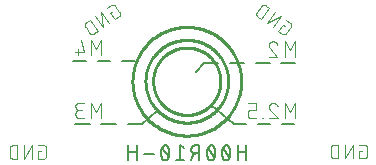
<source format=gbr>
G04 EAGLE Gerber X2 export*
%TF.Part,Single*%
%TF.FileFunction,Legend,Bot,1*%
%TF.FilePolarity,Positive*%
%TF.GenerationSoftware,Autodesk,EAGLE,8.7.1*%
%TF.CreationDate,2018-07-15T20:13:20Z*%
G75*
%MOMM*%
%FSLAX34Y34*%
%LPD*%
%AMOC8*
5,1,8,0,0,1.08239X$1,22.5*%
G01*
%ADD10C,0.101600*%
%ADD11C,0.152400*%
%ADD12C,0.254000*%
%ADD13C,0.203200*%


D10*
X428096Y466183D02*
X426501Y467300D01*
X422778Y461983D01*
X425968Y459749D01*
X426051Y459694D01*
X426135Y459642D01*
X426222Y459593D01*
X426310Y459547D01*
X426400Y459505D01*
X426492Y459466D01*
X426585Y459431D01*
X426679Y459399D01*
X426774Y459371D01*
X426871Y459347D01*
X426968Y459326D01*
X427066Y459310D01*
X427165Y459296D01*
X427264Y459287D01*
X427363Y459282D01*
X427463Y459280D01*
X427562Y459282D01*
X427661Y459288D01*
X427760Y459298D01*
X427859Y459311D01*
X427957Y459329D01*
X428054Y459350D01*
X428150Y459374D01*
X428246Y459403D01*
X428340Y459435D01*
X428433Y459470D01*
X428524Y459509D01*
X428614Y459552D01*
X428702Y459598D01*
X428788Y459647D01*
X428873Y459700D01*
X428955Y459756D01*
X429035Y459815D01*
X429113Y459877D01*
X429188Y459942D01*
X429261Y460009D01*
X429331Y460080D01*
X429399Y460153D01*
X429463Y460229D01*
X429525Y460307D01*
X429584Y460387D01*
X433307Y465704D01*
X433362Y465787D01*
X433414Y465871D01*
X433463Y465958D01*
X433509Y466046D01*
X433551Y466136D01*
X433590Y466228D01*
X433625Y466321D01*
X433657Y466415D01*
X433685Y466510D01*
X433709Y466607D01*
X433730Y466704D01*
X433746Y466802D01*
X433760Y466901D01*
X433769Y467000D01*
X433774Y467099D01*
X433776Y467199D01*
X433774Y467298D01*
X433768Y467397D01*
X433758Y467496D01*
X433745Y467595D01*
X433727Y467693D01*
X433706Y467790D01*
X433682Y467886D01*
X433653Y467982D01*
X433621Y468076D01*
X433586Y468169D01*
X433547Y468260D01*
X433504Y468350D01*
X433458Y468438D01*
X433409Y468524D01*
X433356Y468609D01*
X433300Y468691D01*
X433241Y468771D01*
X433179Y468849D01*
X433114Y468924D01*
X433047Y468997D01*
X432976Y469067D01*
X432903Y469135D01*
X432827Y469199D01*
X432749Y469261D01*
X432669Y469320D01*
X432670Y469320D02*
X429479Y471554D01*
X424810Y474824D02*
X418108Y465253D01*
X412791Y468976D02*
X424810Y474824D01*
X419492Y478547D02*
X412791Y468976D01*
X408121Y472246D02*
X414822Y481817D01*
X412164Y483678D01*
X412164Y483679D02*
X412070Y483742D01*
X411974Y483802D01*
X411876Y483859D01*
X411776Y483912D01*
X411674Y483962D01*
X411570Y484008D01*
X411465Y484050D01*
X411359Y484089D01*
X411251Y484124D01*
X411142Y484155D01*
X411032Y484183D01*
X410921Y484206D01*
X410810Y484226D01*
X410698Y484242D01*
X410585Y484254D01*
X410472Y484262D01*
X410359Y484266D01*
X410245Y484266D01*
X410132Y484262D01*
X410019Y484254D01*
X409906Y484242D01*
X409794Y484226D01*
X409683Y484206D01*
X409572Y484183D01*
X409462Y484155D01*
X409353Y484124D01*
X409245Y484089D01*
X409139Y484050D01*
X409034Y484008D01*
X408930Y483962D01*
X408828Y483912D01*
X408728Y483859D01*
X408630Y483802D01*
X408534Y483742D01*
X408440Y483679D01*
X408349Y483612D01*
X408259Y483543D01*
X408172Y483470D01*
X408088Y483394D01*
X408007Y483315D01*
X407928Y483234D01*
X407852Y483150D01*
X407779Y483063D01*
X407710Y482974D01*
X407643Y482882D01*
X407644Y482881D02*
X404665Y478628D01*
X404602Y478534D01*
X404542Y478438D01*
X404485Y478340D01*
X404432Y478240D01*
X404382Y478138D01*
X404336Y478034D01*
X404294Y477929D01*
X404255Y477823D01*
X404220Y477715D01*
X404189Y477606D01*
X404161Y477496D01*
X404138Y477385D01*
X404118Y477274D01*
X404102Y477162D01*
X404090Y477049D01*
X404082Y476936D01*
X404078Y476823D01*
X404078Y476709D01*
X404082Y476596D01*
X404090Y476483D01*
X404102Y476370D01*
X404118Y476258D01*
X404138Y476147D01*
X404161Y476036D01*
X404189Y475926D01*
X404220Y475817D01*
X404255Y475709D01*
X404294Y475603D01*
X404336Y475498D01*
X404382Y475394D01*
X404432Y475292D01*
X404485Y475192D01*
X404542Y475094D01*
X404602Y474998D01*
X404665Y474904D01*
X404732Y474812D01*
X404801Y474723D01*
X404874Y474636D01*
X404950Y474552D01*
X405029Y474471D01*
X405110Y474392D01*
X405194Y474316D01*
X405281Y474243D01*
X405371Y474174D01*
X405462Y474107D01*
X408121Y472246D01*
X491294Y360731D02*
X493242Y360731D01*
X491294Y360731D02*
X491294Y354240D01*
X495189Y354240D01*
X495288Y354242D01*
X495388Y354248D01*
X495487Y354257D01*
X495585Y354270D01*
X495683Y354287D01*
X495781Y354308D01*
X495877Y354333D01*
X495972Y354361D01*
X496066Y354393D01*
X496159Y354428D01*
X496251Y354467D01*
X496341Y354510D01*
X496429Y354555D01*
X496516Y354605D01*
X496600Y354657D01*
X496683Y354713D01*
X496763Y354771D01*
X496841Y354833D01*
X496916Y354898D01*
X496989Y354966D01*
X497059Y355036D01*
X497127Y355109D01*
X497192Y355184D01*
X497254Y355262D01*
X497312Y355342D01*
X497368Y355425D01*
X497420Y355509D01*
X497470Y355596D01*
X497515Y355684D01*
X497558Y355774D01*
X497597Y355866D01*
X497632Y355959D01*
X497664Y356053D01*
X497692Y356148D01*
X497717Y356244D01*
X497738Y356342D01*
X497755Y356440D01*
X497768Y356538D01*
X497777Y356637D01*
X497783Y356737D01*
X497785Y356836D01*
X497786Y356836D02*
X497786Y363328D01*
X497785Y363328D02*
X497783Y363427D01*
X497777Y363527D01*
X497768Y363626D01*
X497755Y363724D01*
X497738Y363822D01*
X497717Y363920D01*
X497692Y364016D01*
X497664Y364111D01*
X497632Y364205D01*
X497597Y364298D01*
X497558Y364390D01*
X497515Y364480D01*
X497470Y364568D01*
X497420Y364655D01*
X497368Y364739D01*
X497312Y364822D01*
X497254Y364902D01*
X497192Y364980D01*
X497127Y365055D01*
X497059Y365128D01*
X496989Y365198D01*
X496916Y365266D01*
X496841Y365331D01*
X496763Y365393D01*
X496683Y365451D01*
X496600Y365507D01*
X496516Y365559D01*
X496429Y365609D01*
X496341Y365654D01*
X496251Y365697D01*
X496159Y365736D01*
X496066Y365771D01*
X495972Y365803D01*
X495877Y365831D01*
X495781Y365856D01*
X495683Y365877D01*
X495585Y365894D01*
X495487Y365907D01*
X495388Y365916D01*
X495288Y365922D01*
X495189Y365924D01*
X491294Y365924D01*
X485594Y365924D02*
X485594Y354240D01*
X479102Y354240D02*
X485594Y365924D01*
X479102Y365924D02*
X479102Y354240D01*
X473402Y354240D02*
X473402Y365924D01*
X470156Y365924D01*
X470043Y365922D01*
X469930Y365916D01*
X469817Y365906D01*
X469704Y365892D01*
X469592Y365875D01*
X469481Y365853D01*
X469371Y365828D01*
X469261Y365798D01*
X469153Y365765D01*
X469046Y365728D01*
X468940Y365688D01*
X468836Y365643D01*
X468733Y365595D01*
X468632Y365544D01*
X468533Y365489D01*
X468436Y365431D01*
X468341Y365369D01*
X468248Y365304D01*
X468158Y365236D01*
X468070Y365165D01*
X467984Y365090D01*
X467901Y365013D01*
X467821Y364933D01*
X467744Y364850D01*
X467669Y364764D01*
X467598Y364676D01*
X467530Y364586D01*
X467465Y364493D01*
X467403Y364398D01*
X467345Y364301D01*
X467290Y364202D01*
X467239Y364101D01*
X467191Y363998D01*
X467146Y363894D01*
X467106Y363788D01*
X467069Y363681D01*
X467036Y363573D01*
X467006Y363463D01*
X466981Y363353D01*
X466959Y363242D01*
X466942Y363130D01*
X466928Y363017D01*
X466918Y362904D01*
X466912Y362791D01*
X466910Y362678D01*
X466910Y357486D01*
X466912Y357373D01*
X466918Y357260D01*
X466928Y357147D01*
X466942Y357034D01*
X466959Y356922D01*
X466981Y356811D01*
X467006Y356701D01*
X467036Y356591D01*
X467069Y356483D01*
X467106Y356376D01*
X467146Y356270D01*
X467191Y356166D01*
X467239Y356063D01*
X467290Y355962D01*
X467345Y355863D01*
X467403Y355766D01*
X467465Y355671D01*
X467530Y355578D01*
X467598Y355488D01*
X467669Y355400D01*
X467744Y355314D01*
X467821Y355231D01*
X467901Y355151D01*
X467984Y355074D01*
X468070Y354999D01*
X468158Y354928D01*
X468248Y354860D01*
X468341Y354795D01*
X468436Y354733D01*
X468533Y354675D01*
X468632Y354620D01*
X468733Y354569D01*
X468836Y354521D01*
X468940Y354476D01*
X469046Y354436D01*
X469153Y354399D01*
X469261Y354366D01*
X469371Y354336D01*
X469481Y354311D01*
X469592Y354289D01*
X469704Y354272D01*
X469817Y354258D01*
X469930Y354248D01*
X470043Y354242D01*
X470156Y354240D01*
X473402Y354240D01*
X221462Y360399D02*
X219514Y360399D01*
X219514Y353908D01*
X223409Y353908D01*
X223508Y353910D01*
X223608Y353916D01*
X223707Y353925D01*
X223805Y353938D01*
X223903Y353955D01*
X224001Y353976D01*
X224097Y354001D01*
X224192Y354029D01*
X224286Y354061D01*
X224379Y354096D01*
X224471Y354135D01*
X224561Y354178D01*
X224649Y354223D01*
X224736Y354273D01*
X224820Y354325D01*
X224903Y354381D01*
X224983Y354439D01*
X225061Y354501D01*
X225136Y354566D01*
X225209Y354634D01*
X225279Y354704D01*
X225347Y354777D01*
X225412Y354852D01*
X225474Y354930D01*
X225532Y355010D01*
X225588Y355093D01*
X225640Y355177D01*
X225690Y355264D01*
X225735Y355352D01*
X225778Y355442D01*
X225817Y355534D01*
X225852Y355627D01*
X225884Y355721D01*
X225912Y355816D01*
X225937Y355912D01*
X225958Y356010D01*
X225975Y356108D01*
X225988Y356206D01*
X225997Y356305D01*
X226003Y356405D01*
X226005Y356504D01*
X226006Y356504D02*
X226006Y362996D01*
X226005Y362996D02*
X226003Y363095D01*
X225997Y363195D01*
X225988Y363294D01*
X225975Y363392D01*
X225958Y363490D01*
X225937Y363588D01*
X225912Y363684D01*
X225884Y363779D01*
X225852Y363873D01*
X225817Y363966D01*
X225778Y364058D01*
X225735Y364148D01*
X225690Y364236D01*
X225640Y364323D01*
X225588Y364407D01*
X225532Y364490D01*
X225474Y364570D01*
X225412Y364648D01*
X225347Y364723D01*
X225279Y364796D01*
X225209Y364866D01*
X225136Y364934D01*
X225061Y364999D01*
X224983Y365061D01*
X224903Y365119D01*
X224820Y365175D01*
X224736Y365227D01*
X224649Y365277D01*
X224561Y365322D01*
X224471Y365365D01*
X224379Y365404D01*
X224286Y365439D01*
X224192Y365471D01*
X224097Y365499D01*
X224001Y365524D01*
X223903Y365545D01*
X223805Y365562D01*
X223707Y365575D01*
X223608Y365584D01*
X223508Y365590D01*
X223409Y365592D01*
X219514Y365592D01*
X213814Y365592D02*
X213814Y353908D01*
X207322Y353908D02*
X213814Y365592D01*
X207322Y365592D02*
X207322Y353908D01*
X201622Y353908D02*
X201622Y365592D01*
X198376Y365592D01*
X198263Y365590D01*
X198150Y365584D01*
X198037Y365574D01*
X197924Y365560D01*
X197812Y365543D01*
X197701Y365521D01*
X197591Y365496D01*
X197481Y365466D01*
X197373Y365433D01*
X197266Y365396D01*
X197160Y365356D01*
X197056Y365311D01*
X196953Y365263D01*
X196852Y365212D01*
X196753Y365157D01*
X196656Y365099D01*
X196561Y365037D01*
X196468Y364972D01*
X196378Y364904D01*
X196290Y364833D01*
X196204Y364758D01*
X196121Y364681D01*
X196041Y364601D01*
X195964Y364518D01*
X195889Y364432D01*
X195818Y364344D01*
X195750Y364254D01*
X195685Y364161D01*
X195623Y364066D01*
X195565Y363969D01*
X195510Y363870D01*
X195459Y363769D01*
X195411Y363666D01*
X195366Y363562D01*
X195326Y363456D01*
X195289Y363349D01*
X195256Y363241D01*
X195226Y363131D01*
X195201Y363021D01*
X195179Y362910D01*
X195162Y362798D01*
X195148Y362685D01*
X195138Y362572D01*
X195132Y362459D01*
X195130Y362346D01*
X195130Y357154D01*
X195132Y357041D01*
X195138Y356928D01*
X195148Y356815D01*
X195162Y356702D01*
X195179Y356590D01*
X195201Y356479D01*
X195226Y356369D01*
X195256Y356259D01*
X195289Y356151D01*
X195326Y356044D01*
X195366Y355938D01*
X195411Y355834D01*
X195459Y355731D01*
X195510Y355630D01*
X195565Y355531D01*
X195623Y355434D01*
X195685Y355339D01*
X195750Y355246D01*
X195818Y355156D01*
X195889Y355068D01*
X195964Y354982D01*
X196041Y354899D01*
X196121Y354819D01*
X196204Y354742D01*
X196290Y354667D01*
X196378Y354596D01*
X196468Y354528D01*
X196561Y354463D01*
X196656Y354401D01*
X196753Y354343D01*
X196852Y354288D01*
X196953Y354237D01*
X197056Y354189D01*
X197160Y354144D01*
X197266Y354104D01*
X197373Y354067D01*
X197481Y354034D01*
X197591Y354004D01*
X197701Y353979D01*
X197812Y353957D01*
X197924Y353940D01*
X198037Y353926D01*
X198150Y353916D01*
X198263Y353910D01*
X198376Y353908D01*
X201622Y353908D01*
X280556Y477563D02*
X282151Y478680D01*
X280556Y477563D02*
X284279Y472246D01*
X287470Y474480D01*
X287469Y474480D02*
X287549Y474539D01*
X287627Y474601D01*
X287703Y474665D01*
X287776Y474733D01*
X287847Y474803D01*
X287914Y474876D01*
X287979Y474951D01*
X288041Y475029D01*
X288100Y475109D01*
X288156Y475191D01*
X288209Y475276D01*
X288258Y475362D01*
X288304Y475450D01*
X288347Y475540D01*
X288386Y475631D01*
X288421Y475724D01*
X288453Y475818D01*
X288482Y475914D01*
X288506Y476010D01*
X288527Y476107D01*
X288545Y476205D01*
X288558Y476304D01*
X288568Y476403D01*
X288574Y476502D01*
X288576Y476601D01*
X288574Y476701D01*
X288569Y476800D01*
X288559Y476899D01*
X288546Y476998D01*
X288530Y477096D01*
X288509Y477193D01*
X288485Y477290D01*
X288457Y477385D01*
X288425Y477479D01*
X288390Y477572D01*
X288351Y477664D01*
X288309Y477754D01*
X288263Y477842D01*
X288214Y477929D01*
X288162Y478013D01*
X288107Y478096D01*
X284384Y483413D01*
X284325Y483493D01*
X284263Y483571D01*
X284199Y483647D01*
X284131Y483720D01*
X284061Y483791D01*
X283988Y483858D01*
X283913Y483923D01*
X283835Y483985D01*
X283755Y484044D01*
X283673Y484100D01*
X283588Y484153D01*
X283502Y484202D01*
X283414Y484248D01*
X283324Y484291D01*
X283233Y484330D01*
X283140Y484365D01*
X283046Y484397D01*
X282950Y484426D01*
X282854Y484450D01*
X282757Y484471D01*
X282659Y484489D01*
X282560Y484502D01*
X282461Y484512D01*
X282362Y484518D01*
X282263Y484520D01*
X282163Y484518D01*
X282064Y484513D01*
X281965Y484504D01*
X281866Y484490D01*
X281768Y484474D01*
X281671Y484453D01*
X281574Y484429D01*
X281479Y484401D01*
X281385Y484369D01*
X281292Y484334D01*
X281200Y484295D01*
X281110Y484253D01*
X281022Y484207D01*
X280935Y484158D01*
X280851Y484106D01*
X280768Y484051D01*
X277578Y481817D01*
X272908Y478547D02*
X279609Y468976D01*
X274292Y465253D02*
X272908Y478547D01*
X267591Y474824D02*
X274292Y465253D01*
X269622Y461983D02*
X262921Y471554D01*
X260262Y469692D01*
X260262Y469693D02*
X260171Y469626D01*
X260081Y469557D01*
X259994Y469484D01*
X259910Y469408D01*
X259829Y469329D01*
X259750Y469248D01*
X259674Y469164D01*
X259601Y469077D01*
X259532Y468988D01*
X259465Y468896D01*
X259402Y468802D01*
X259342Y468706D01*
X259285Y468608D01*
X259232Y468508D01*
X259182Y468406D01*
X259136Y468302D01*
X259094Y468197D01*
X259055Y468091D01*
X259020Y467983D01*
X258989Y467874D01*
X258961Y467764D01*
X258938Y467653D01*
X258918Y467542D01*
X258902Y467430D01*
X258890Y467317D01*
X258882Y467204D01*
X258878Y467091D01*
X258878Y466977D01*
X258882Y466864D01*
X258890Y466751D01*
X258902Y466638D01*
X258918Y466526D01*
X258938Y466415D01*
X258961Y466304D01*
X258989Y466194D01*
X259020Y466085D01*
X259055Y465977D01*
X259094Y465871D01*
X259136Y465766D01*
X259182Y465662D01*
X259232Y465560D01*
X259285Y465460D01*
X259342Y465362D01*
X259402Y465266D01*
X259465Y465172D01*
X262444Y460918D01*
X262443Y460918D02*
X262510Y460827D01*
X262579Y460737D01*
X262652Y460650D01*
X262728Y460566D01*
X262807Y460485D01*
X262888Y460406D01*
X262972Y460330D01*
X263059Y460257D01*
X263149Y460188D01*
X263240Y460121D01*
X263334Y460058D01*
X263430Y459998D01*
X263528Y459941D01*
X263628Y459888D01*
X263730Y459838D01*
X263834Y459792D01*
X263939Y459750D01*
X264045Y459711D01*
X264153Y459676D01*
X264262Y459645D01*
X264372Y459617D01*
X264483Y459594D01*
X264594Y459574D01*
X264706Y459558D01*
X264819Y459546D01*
X264932Y459538D01*
X265045Y459534D01*
X265159Y459534D01*
X265272Y459538D01*
X265385Y459546D01*
X265498Y459558D01*
X265610Y459574D01*
X265721Y459594D01*
X265832Y459617D01*
X265942Y459645D01*
X266051Y459676D01*
X266159Y459711D01*
X266265Y459750D01*
X266370Y459792D01*
X266474Y459838D01*
X266576Y459888D01*
X266676Y459941D01*
X266774Y459998D01*
X266870Y460058D01*
X266964Y460121D01*
X269622Y461983D01*
D11*
X395267Y365521D02*
X395267Y352821D01*
X395267Y359877D02*
X388211Y359877D01*
X388211Y365521D02*
X388211Y352821D01*
X382039Y359171D02*
X382036Y359421D01*
X382027Y359671D01*
X382012Y359920D01*
X381991Y360169D01*
X381965Y360417D01*
X381932Y360665D01*
X381893Y360912D01*
X381849Y361158D01*
X381798Y361402D01*
X381742Y361646D01*
X381680Y361888D01*
X381612Y362128D01*
X381539Y362367D01*
X381460Y362604D01*
X381375Y362839D01*
X381285Y363072D01*
X381189Y363303D01*
X381087Y363531D01*
X380981Y363757D01*
X380981Y363758D02*
X380946Y363853D01*
X380908Y363947D01*
X380866Y364039D01*
X380820Y364129D01*
X380772Y364218D01*
X380719Y364304D01*
X380664Y364389D01*
X380605Y364471D01*
X380543Y364551D01*
X380477Y364629D01*
X380409Y364704D01*
X380339Y364776D01*
X380265Y364845D01*
X380189Y364912D01*
X380110Y364975D01*
X380029Y365036D01*
X379945Y365093D01*
X379859Y365147D01*
X379772Y365197D01*
X379682Y365245D01*
X379591Y365288D01*
X379498Y365328D01*
X379404Y365365D01*
X379308Y365397D01*
X379211Y365426D01*
X379113Y365452D01*
X379014Y365473D01*
X378914Y365491D01*
X378814Y365504D01*
X378713Y365514D01*
X378612Y365520D01*
X378511Y365522D01*
X378410Y365520D01*
X378309Y365514D01*
X378208Y365504D01*
X378108Y365491D01*
X378008Y365473D01*
X377909Y365452D01*
X377811Y365426D01*
X377714Y365397D01*
X377618Y365365D01*
X377524Y365328D01*
X377431Y365288D01*
X377340Y365245D01*
X377250Y365197D01*
X377163Y365147D01*
X377077Y365093D01*
X376993Y365036D01*
X376912Y364975D01*
X376833Y364912D01*
X376757Y364845D01*
X376683Y364776D01*
X376613Y364704D01*
X376545Y364629D01*
X376479Y364551D01*
X376417Y364471D01*
X376359Y364389D01*
X376303Y364304D01*
X376251Y364218D01*
X376202Y364129D01*
X376156Y364039D01*
X376114Y363947D01*
X376076Y363853D01*
X376041Y363758D01*
X376041Y363757D02*
X375935Y363531D01*
X375833Y363303D01*
X375737Y363072D01*
X375647Y362839D01*
X375562Y362604D01*
X375483Y362367D01*
X375410Y362128D01*
X375342Y361888D01*
X375280Y361646D01*
X375224Y361402D01*
X375173Y361158D01*
X375129Y360912D01*
X375090Y360665D01*
X375057Y360417D01*
X375031Y360169D01*
X375010Y359920D01*
X374995Y359671D01*
X374986Y359421D01*
X374983Y359171D01*
X382039Y359171D02*
X382036Y358921D01*
X382027Y358671D01*
X382012Y358422D01*
X381991Y358173D01*
X381965Y357925D01*
X381932Y357677D01*
X381893Y357430D01*
X381849Y357184D01*
X381798Y356940D01*
X381742Y356696D01*
X381680Y356454D01*
X381612Y356214D01*
X381539Y355975D01*
X381460Y355738D01*
X381375Y355503D01*
X381285Y355270D01*
X381189Y355039D01*
X381087Y354811D01*
X380981Y354585D01*
X380946Y354490D01*
X380908Y354396D01*
X380866Y354304D01*
X380820Y354214D01*
X380771Y354125D01*
X380719Y354039D01*
X380663Y353954D01*
X380605Y353872D01*
X380543Y353792D01*
X380477Y353714D01*
X380409Y353639D01*
X380339Y353567D01*
X380265Y353498D01*
X380189Y353431D01*
X380110Y353368D01*
X380029Y353307D01*
X379945Y353250D01*
X379859Y353196D01*
X379772Y353146D01*
X379682Y353098D01*
X379591Y353055D01*
X379498Y353015D01*
X379404Y352978D01*
X379308Y352946D01*
X379211Y352917D01*
X379113Y352891D01*
X379014Y352870D01*
X378914Y352852D01*
X378814Y352839D01*
X378713Y352829D01*
X378612Y352823D01*
X378511Y352821D01*
X376041Y354585D02*
X375935Y354811D01*
X375833Y355039D01*
X375737Y355270D01*
X375647Y355503D01*
X375562Y355738D01*
X375483Y355975D01*
X375410Y356214D01*
X375342Y356454D01*
X375280Y356696D01*
X375224Y356940D01*
X375173Y357184D01*
X375129Y357430D01*
X375090Y357677D01*
X375057Y357925D01*
X375031Y358173D01*
X375010Y358422D01*
X374995Y358671D01*
X374986Y358921D01*
X374983Y359171D01*
X376041Y354585D02*
X376076Y354490D01*
X376114Y354396D01*
X376156Y354304D01*
X376202Y354214D01*
X376251Y354125D01*
X376303Y354039D01*
X376359Y353954D01*
X376417Y353872D01*
X376479Y353792D01*
X376545Y353714D01*
X376613Y353639D01*
X376683Y353567D01*
X376757Y353498D01*
X376833Y353431D01*
X376912Y353368D01*
X376993Y353307D01*
X377077Y353250D01*
X377163Y353196D01*
X377250Y353146D01*
X377340Y353098D01*
X377431Y353055D01*
X377524Y353015D01*
X377618Y352978D01*
X377714Y352946D01*
X377811Y352917D01*
X377909Y352891D01*
X378008Y352870D01*
X378108Y352852D01*
X378208Y352839D01*
X378309Y352829D01*
X378410Y352823D01*
X378511Y352821D01*
X381333Y355643D02*
X375689Y362699D01*
X369237Y359171D02*
X369234Y359421D01*
X369225Y359671D01*
X369210Y359920D01*
X369189Y360169D01*
X369163Y360417D01*
X369130Y360665D01*
X369091Y360912D01*
X369047Y361158D01*
X368996Y361402D01*
X368940Y361646D01*
X368878Y361888D01*
X368810Y362128D01*
X368737Y362367D01*
X368658Y362604D01*
X368573Y362839D01*
X368483Y363072D01*
X368387Y363303D01*
X368285Y363531D01*
X368179Y363757D01*
X368179Y363758D02*
X368144Y363853D01*
X368106Y363947D01*
X368064Y364039D01*
X368018Y364129D01*
X367970Y364218D01*
X367917Y364304D01*
X367862Y364389D01*
X367803Y364471D01*
X367741Y364551D01*
X367675Y364629D01*
X367607Y364704D01*
X367537Y364776D01*
X367463Y364845D01*
X367387Y364912D01*
X367308Y364975D01*
X367227Y365036D01*
X367143Y365093D01*
X367057Y365147D01*
X366970Y365197D01*
X366880Y365245D01*
X366789Y365288D01*
X366696Y365328D01*
X366602Y365365D01*
X366506Y365397D01*
X366409Y365426D01*
X366311Y365452D01*
X366212Y365473D01*
X366112Y365491D01*
X366012Y365504D01*
X365911Y365514D01*
X365810Y365520D01*
X365709Y365522D01*
X365608Y365520D01*
X365507Y365514D01*
X365406Y365504D01*
X365306Y365491D01*
X365206Y365473D01*
X365107Y365452D01*
X365009Y365426D01*
X364912Y365397D01*
X364816Y365365D01*
X364722Y365328D01*
X364629Y365288D01*
X364538Y365245D01*
X364448Y365197D01*
X364361Y365147D01*
X364275Y365093D01*
X364191Y365036D01*
X364110Y364975D01*
X364031Y364912D01*
X363955Y364845D01*
X363881Y364776D01*
X363811Y364704D01*
X363743Y364629D01*
X363677Y364551D01*
X363615Y364471D01*
X363557Y364389D01*
X363501Y364304D01*
X363449Y364218D01*
X363400Y364129D01*
X363354Y364039D01*
X363312Y363947D01*
X363274Y363853D01*
X363239Y363758D01*
X363239Y363757D02*
X363133Y363531D01*
X363031Y363303D01*
X362935Y363072D01*
X362845Y362839D01*
X362760Y362604D01*
X362681Y362367D01*
X362608Y362128D01*
X362540Y361888D01*
X362478Y361646D01*
X362422Y361402D01*
X362371Y361158D01*
X362327Y360912D01*
X362288Y360665D01*
X362255Y360417D01*
X362229Y360169D01*
X362208Y359920D01*
X362193Y359671D01*
X362184Y359421D01*
X362181Y359171D01*
X369237Y359171D02*
X369234Y358921D01*
X369225Y358671D01*
X369210Y358422D01*
X369189Y358173D01*
X369163Y357925D01*
X369130Y357677D01*
X369091Y357430D01*
X369047Y357184D01*
X368996Y356940D01*
X368940Y356696D01*
X368878Y356454D01*
X368810Y356214D01*
X368737Y355975D01*
X368658Y355738D01*
X368573Y355503D01*
X368483Y355270D01*
X368387Y355039D01*
X368285Y354811D01*
X368179Y354585D01*
X368144Y354490D01*
X368106Y354396D01*
X368064Y354304D01*
X368018Y354214D01*
X367969Y354125D01*
X367917Y354039D01*
X367861Y353954D01*
X367803Y353872D01*
X367741Y353792D01*
X367675Y353714D01*
X367607Y353639D01*
X367537Y353567D01*
X367463Y353498D01*
X367387Y353431D01*
X367308Y353368D01*
X367227Y353307D01*
X367143Y353250D01*
X367057Y353196D01*
X366970Y353146D01*
X366880Y353098D01*
X366789Y353055D01*
X366696Y353015D01*
X366602Y352978D01*
X366506Y352946D01*
X366409Y352917D01*
X366311Y352891D01*
X366212Y352870D01*
X366112Y352852D01*
X366012Y352839D01*
X365911Y352829D01*
X365810Y352823D01*
X365709Y352821D01*
X363239Y354585D02*
X363133Y354811D01*
X363031Y355039D01*
X362935Y355270D01*
X362845Y355503D01*
X362760Y355738D01*
X362681Y355975D01*
X362608Y356214D01*
X362540Y356454D01*
X362478Y356696D01*
X362422Y356940D01*
X362371Y357184D01*
X362327Y357430D01*
X362288Y357677D01*
X362255Y357925D01*
X362229Y358173D01*
X362208Y358422D01*
X362193Y358671D01*
X362184Y358921D01*
X362181Y359171D01*
X363239Y354585D02*
X363274Y354490D01*
X363312Y354396D01*
X363354Y354304D01*
X363400Y354214D01*
X363449Y354125D01*
X363501Y354039D01*
X363557Y353954D01*
X363615Y353872D01*
X363677Y353792D01*
X363743Y353714D01*
X363811Y353639D01*
X363881Y353567D01*
X363955Y353498D01*
X364031Y353431D01*
X364110Y353368D01*
X364191Y353307D01*
X364275Y353250D01*
X364361Y353196D01*
X364448Y353146D01*
X364538Y353098D01*
X364629Y353055D01*
X364722Y353015D01*
X364816Y352978D01*
X364912Y352946D01*
X365009Y352917D01*
X365107Y352891D01*
X365206Y352870D01*
X365306Y352852D01*
X365406Y352839D01*
X365507Y352829D01*
X365608Y352823D01*
X365709Y352821D01*
X368531Y355643D02*
X362887Y362699D01*
X355912Y365521D02*
X355912Y352821D01*
X355912Y365521D02*
X352384Y365521D01*
X352266Y365519D01*
X352148Y365513D01*
X352031Y365503D01*
X351914Y365490D01*
X351797Y365472D01*
X351681Y365450D01*
X351566Y365425D01*
X351452Y365396D01*
X351339Y365363D01*
X351227Y365326D01*
X351116Y365285D01*
X351007Y365241D01*
X350899Y365193D01*
X350793Y365142D01*
X350689Y365087D01*
X350586Y365028D01*
X350486Y364967D01*
X350387Y364902D01*
X350291Y364833D01*
X350198Y364762D01*
X350106Y364687D01*
X350017Y364610D01*
X349931Y364529D01*
X349848Y364446D01*
X349767Y364360D01*
X349690Y364271D01*
X349615Y364179D01*
X349544Y364086D01*
X349475Y363990D01*
X349410Y363891D01*
X349349Y363791D01*
X349290Y363688D01*
X349235Y363584D01*
X349184Y363478D01*
X349136Y363370D01*
X349092Y363261D01*
X349051Y363150D01*
X349014Y363038D01*
X348981Y362925D01*
X348952Y362811D01*
X348927Y362696D01*
X348905Y362580D01*
X348887Y362463D01*
X348874Y362346D01*
X348864Y362229D01*
X348858Y362111D01*
X348856Y361993D01*
X348858Y361875D01*
X348864Y361757D01*
X348874Y361640D01*
X348887Y361523D01*
X348905Y361406D01*
X348927Y361290D01*
X348952Y361175D01*
X348981Y361061D01*
X349014Y360948D01*
X349051Y360836D01*
X349092Y360725D01*
X349136Y360616D01*
X349184Y360508D01*
X349235Y360402D01*
X349290Y360298D01*
X349349Y360195D01*
X349410Y360095D01*
X349475Y359996D01*
X349544Y359900D01*
X349615Y359807D01*
X349690Y359715D01*
X349767Y359626D01*
X349848Y359540D01*
X349931Y359457D01*
X350017Y359376D01*
X350106Y359299D01*
X350198Y359224D01*
X350291Y359153D01*
X350387Y359084D01*
X350486Y359019D01*
X350586Y358958D01*
X350689Y358899D01*
X350793Y358844D01*
X350899Y358793D01*
X351007Y358745D01*
X351116Y358701D01*
X351227Y358660D01*
X351339Y358623D01*
X351452Y358590D01*
X351566Y358561D01*
X351681Y358536D01*
X351797Y358514D01*
X351914Y358496D01*
X352031Y358483D01*
X352148Y358473D01*
X352266Y358467D01*
X352384Y358465D01*
X352384Y358466D02*
X355912Y358466D01*
X351679Y358466D02*
X348857Y352821D01*
X343207Y362699D02*
X339679Y365521D01*
X339679Y352821D01*
X336152Y352821D02*
X343207Y352821D01*
X330406Y359171D02*
X330403Y359421D01*
X330394Y359671D01*
X330379Y359920D01*
X330358Y360169D01*
X330332Y360417D01*
X330299Y360665D01*
X330260Y360912D01*
X330216Y361158D01*
X330165Y361402D01*
X330109Y361646D01*
X330047Y361888D01*
X329979Y362128D01*
X329906Y362367D01*
X329827Y362604D01*
X329742Y362839D01*
X329652Y363072D01*
X329556Y363303D01*
X329454Y363531D01*
X329348Y363757D01*
X329348Y363758D02*
X329313Y363853D01*
X329275Y363947D01*
X329233Y364039D01*
X329187Y364129D01*
X329139Y364218D01*
X329086Y364304D01*
X329031Y364389D01*
X328972Y364471D01*
X328910Y364551D01*
X328844Y364629D01*
X328776Y364704D01*
X328706Y364776D01*
X328632Y364845D01*
X328556Y364912D01*
X328477Y364975D01*
X328396Y365036D01*
X328312Y365093D01*
X328226Y365147D01*
X328139Y365197D01*
X328049Y365245D01*
X327958Y365288D01*
X327865Y365328D01*
X327771Y365365D01*
X327675Y365397D01*
X327578Y365426D01*
X327480Y365452D01*
X327381Y365473D01*
X327281Y365491D01*
X327181Y365504D01*
X327080Y365514D01*
X326979Y365520D01*
X326878Y365522D01*
X326777Y365520D01*
X326676Y365514D01*
X326575Y365504D01*
X326475Y365491D01*
X326375Y365473D01*
X326276Y365452D01*
X326178Y365426D01*
X326081Y365397D01*
X325985Y365365D01*
X325891Y365328D01*
X325798Y365288D01*
X325707Y365245D01*
X325617Y365197D01*
X325530Y365147D01*
X325444Y365093D01*
X325360Y365036D01*
X325279Y364975D01*
X325200Y364912D01*
X325124Y364845D01*
X325050Y364776D01*
X324980Y364704D01*
X324912Y364629D01*
X324846Y364551D01*
X324784Y364471D01*
X324726Y364389D01*
X324670Y364304D01*
X324618Y364218D01*
X324569Y364129D01*
X324523Y364039D01*
X324481Y363947D01*
X324443Y363853D01*
X324408Y363758D01*
X324408Y363757D02*
X324302Y363531D01*
X324200Y363303D01*
X324104Y363072D01*
X324014Y362839D01*
X323929Y362604D01*
X323850Y362367D01*
X323777Y362128D01*
X323709Y361888D01*
X323647Y361646D01*
X323591Y361402D01*
X323540Y361158D01*
X323496Y360912D01*
X323457Y360665D01*
X323424Y360417D01*
X323398Y360169D01*
X323377Y359920D01*
X323362Y359671D01*
X323353Y359421D01*
X323350Y359171D01*
X330405Y359171D02*
X330402Y358921D01*
X330393Y358671D01*
X330378Y358422D01*
X330357Y358173D01*
X330331Y357925D01*
X330298Y357677D01*
X330259Y357430D01*
X330215Y357184D01*
X330164Y356940D01*
X330108Y356696D01*
X330046Y356454D01*
X329978Y356214D01*
X329905Y355975D01*
X329826Y355738D01*
X329741Y355503D01*
X329651Y355270D01*
X329555Y355039D01*
X329453Y354811D01*
X329347Y354585D01*
X329348Y354585D02*
X329313Y354490D01*
X329275Y354396D01*
X329233Y354304D01*
X329187Y354214D01*
X329138Y354125D01*
X329086Y354039D01*
X329030Y353954D01*
X328972Y353872D01*
X328910Y353792D01*
X328844Y353714D01*
X328776Y353639D01*
X328706Y353567D01*
X328632Y353498D01*
X328556Y353431D01*
X328477Y353368D01*
X328396Y353307D01*
X328312Y353250D01*
X328226Y353196D01*
X328139Y353146D01*
X328049Y353098D01*
X327958Y353055D01*
X327865Y353015D01*
X327771Y352978D01*
X327675Y352946D01*
X327578Y352917D01*
X327480Y352891D01*
X327381Y352870D01*
X327281Y352852D01*
X327181Y352839D01*
X327080Y352829D01*
X326979Y352823D01*
X326878Y352821D01*
X324408Y354585D02*
X324302Y354811D01*
X324200Y355039D01*
X324104Y355270D01*
X324014Y355503D01*
X323929Y355738D01*
X323850Y355975D01*
X323777Y356214D01*
X323709Y356454D01*
X323647Y356696D01*
X323591Y356940D01*
X323540Y357184D01*
X323496Y357430D01*
X323457Y357677D01*
X323424Y357925D01*
X323398Y358173D01*
X323377Y358422D01*
X323362Y358671D01*
X323353Y358921D01*
X323350Y359171D01*
X324408Y354585D02*
X324443Y354490D01*
X324481Y354396D01*
X324523Y354304D01*
X324569Y354214D01*
X324618Y354125D01*
X324670Y354039D01*
X324726Y353954D01*
X324784Y353872D01*
X324846Y353792D01*
X324912Y353714D01*
X324980Y353639D01*
X325050Y353567D01*
X325124Y353498D01*
X325200Y353431D01*
X325279Y353368D01*
X325360Y353307D01*
X325444Y353250D01*
X325530Y353196D01*
X325617Y353146D01*
X325707Y353098D01*
X325798Y353055D01*
X325891Y353015D01*
X325985Y352978D01*
X326081Y352946D01*
X326178Y352917D01*
X326276Y352891D01*
X326375Y352870D01*
X326475Y352852D01*
X326575Y352839D01*
X326676Y352829D01*
X326777Y352823D01*
X326878Y352821D01*
X329700Y355643D02*
X324055Y362699D01*
X317456Y357760D02*
X308989Y357760D01*
X302669Y352821D02*
X302669Y365521D01*
X302669Y359877D02*
X295613Y359877D01*
X295613Y365521D02*
X295613Y352821D01*
D12*
X310186Y419608D02*
X310197Y420467D01*
X310228Y421325D01*
X310281Y422183D01*
X310355Y423039D01*
X310449Y423892D01*
X310565Y424744D01*
X310701Y425592D01*
X310859Y426436D01*
X311036Y427277D01*
X311235Y428112D01*
X311454Y428943D01*
X311693Y429768D01*
X311953Y430587D01*
X312232Y431399D01*
X312531Y432204D01*
X312850Y433002D01*
X313189Y433791D01*
X313546Y434572D01*
X313923Y435344D01*
X314319Y436107D01*
X314733Y436859D01*
X315165Y437602D01*
X315616Y438333D01*
X316085Y439053D01*
X316571Y439761D01*
X317074Y440457D01*
X317594Y441141D01*
X318131Y441812D01*
X318684Y442469D01*
X319253Y443113D01*
X319837Y443742D01*
X320437Y444357D01*
X321052Y444957D01*
X321681Y445541D01*
X322325Y446110D01*
X322982Y446663D01*
X323653Y447200D01*
X324337Y447720D01*
X325033Y448223D01*
X325741Y448709D01*
X326461Y449178D01*
X327192Y449629D01*
X327935Y450061D01*
X328687Y450475D01*
X329450Y450871D01*
X330222Y451248D01*
X331003Y451605D01*
X331792Y451944D01*
X332590Y452263D01*
X333395Y452562D01*
X334207Y452841D01*
X335026Y453101D01*
X335851Y453340D01*
X336682Y453559D01*
X337517Y453758D01*
X338358Y453935D01*
X339202Y454093D01*
X340050Y454229D01*
X340902Y454345D01*
X341755Y454439D01*
X342611Y454513D01*
X343469Y454566D01*
X344327Y454597D01*
X345186Y454608D01*
X346045Y454597D01*
X346903Y454566D01*
X347761Y454513D01*
X348617Y454439D01*
X349470Y454345D01*
X350322Y454229D01*
X351170Y454093D01*
X352014Y453935D01*
X352855Y453758D01*
X353690Y453559D01*
X354521Y453340D01*
X355346Y453101D01*
X356165Y452841D01*
X356977Y452562D01*
X357782Y452263D01*
X358580Y451944D01*
X359369Y451605D01*
X360150Y451248D01*
X360922Y450871D01*
X361685Y450475D01*
X362437Y450061D01*
X363180Y449629D01*
X363911Y449178D01*
X364631Y448709D01*
X365339Y448223D01*
X366035Y447720D01*
X366719Y447200D01*
X367390Y446663D01*
X368047Y446110D01*
X368691Y445541D01*
X369320Y444957D01*
X369935Y444357D01*
X370535Y443742D01*
X371119Y443113D01*
X371688Y442469D01*
X372241Y441812D01*
X372778Y441141D01*
X373298Y440457D01*
X373801Y439761D01*
X374287Y439053D01*
X374756Y438333D01*
X375207Y437602D01*
X375639Y436859D01*
X376053Y436107D01*
X376449Y435344D01*
X376826Y434572D01*
X377183Y433791D01*
X377522Y433002D01*
X377841Y432204D01*
X378140Y431399D01*
X378419Y430587D01*
X378679Y429768D01*
X378918Y428943D01*
X379137Y428112D01*
X379336Y427277D01*
X379513Y426436D01*
X379671Y425592D01*
X379807Y424744D01*
X379923Y423892D01*
X380017Y423039D01*
X380091Y422183D01*
X380144Y421325D01*
X380175Y420467D01*
X380186Y419608D01*
X380175Y418749D01*
X380144Y417891D01*
X380091Y417033D01*
X380017Y416177D01*
X379923Y415324D01*
X379807Y414472D01*
X379671Y413624D01*
X379513Y412780D01*
X379336Y411939D01*
X379137Y411104D01*
X378918Y410273D01*
X378679Y409448D01*
X378419Y408629D01*
X378140Y407817D01*
X377841Y407012D01*
X377522Y406214D01*
X377183Y405425D01*
X376826Y404644D01*
X376449Y403872D01*
X376053Y403109D01*
X375639Y402357D01*
X375207Y401614D01*
X374756Y400883D01*
X374287Y400163D01*
X373801Y399455D01*
X373298Y398759D01*
X372778Y398075D01*
X372241Y397404D01*
X371688Y396747D01*
X371119Y396103D01*
X370535Y395474D01*
X369935Y394859D01*
X369320Y394259D01*
X368691Y393675D01*
X368047Y393106D01*
X367390Y392553D01*
X366719Y392016D01*
X366035Y391496D01*
X365339Y390993D01*
X364631Y390507D01*
X363911Y390038D01*
X363180Y389587D01*
X362437Y389155D01*
X361685Y388741D01*
X360922Y388345D01*
X360150Y387968D01*
X359369Y387611D01*
X358580Y387272D01*
X357782Y386953D01*
X356977Y386654D01*
X356165Y386375D01*
X355346Y386115D01*
X354521Y385876D01*
X353690Y385657D01*
X352855Y385458D01*
X352014Y385281D01*
X351170Y385123D01*
X350322Y384987D01*
X349470Y384871D01*
X348617Y384777D01*
X347761Y384703D01*
X346903Y384650D01*
X346045Y384619D01*
X345186Y384608D01*
X344327Y384619D01*
X343469Y384650D01*
X342611Y384703D01*
X341755Y384777D01*
X340902Y384871D01*
X340050Y384987D01*
X339202Y385123D01*
X338358Y385281D01*
X337517Y385458D01*
X336682Y385657D01*
X335851Y385876D01*
X335026Y386115D01*
X334207Y386375D01*
X333395Y386654D01*
X332590Y386953D01*
X331792Y387272D01*
X331003Y387611D01*
X330222Y387968D01*
X329450Y388345D01*
X328687Y388741D01*
X327935Y389155D01*
X327192Y389587D01*
X326461Y390038D01*
X325741Y390507D01*
X325033Y390993D01*
X324337Y391496D01*
X323653Y392016D01*
X322982Y392553D01*
X322325Y393106D01*
X321681Y393675D01*
X321052Y394259D01*
X320437Y394859D01*
X319837Y395474D01*
X319253Y396103D01*
X318684Y396747D01*
X318131Y397404D01*
X317594Y398075D01*
X317074Y398759D01*
X316571Y399455D01*
X316085Y400163D01*
X315616Y400883D01*
X315165Y401614D01*
X314733Y402357D01*
X314319Y403109D01*
X313923Y403872D01*
X313546Y404644D01*
X313189Y405425D01*
X312850Y406214D01*
X312531Y407012D01*
X312232Y407817D01*
X311953Y408629D01*
X311693Y409448D01*
X311454Y410273D01*
X311235Y411104D01*
X311036Y411939D01*
X310859Y412780D01*
X310701Y413624D01*
X310565Y414472D01*
X310449Y415324D01*
X310355Y416177D01*
X310281Y417033D01*
X310228Y417891D01*
X310197Y418749D01*
X310186Y419608D01*
X299186Y419608D02*
X299200Y420737D01*
X299241Y421865D01*
X299311Y422992D01*
X299408Y424117D01*
X299532Y425239D01*
X299684Y426358D01*
X299863Y427472D01*
X300070Y428582D01*
X300304Y429687D01*
X300565Y430785D01*
X300852Y431877D01*
X301167Y432961D01*
X301508Y434037D01*
X301875Y435105D01*
X302268Y436163D01*
X302688Y437211D01*
X303132Y438249D01*
X303602Y439276D01*
X304098Y440290D01*
X304618Y441292D01*
X305162Y442281D01*
X305730Y443257D01*
X306323Y444218D01*
X306938Y445164D01*
X307577Y446095D01*
X308238Y447010D01*
X308922Y447909D01*
X309628Y448790D01*
X310354Y449654D01*
X311102Y450500D01*
X311871Y451327D01*
X312659Y452135D01*
X313467Y452923D01*
X314294Y453692D01*
X315140Y454440D01*
X316004Y455166D01*
X316885Y455872D01*
X317784Y456556D01*
X318699Y457217D01*
X319630Y457856D01*
X320576Y458471D01*
X321537Y459064D01*
X322513Y459632D01*
X323502Y460176D01*
X324504Y460696D01*
X325518Y461192D01*
X326545Y461662D01*
X327583Y462106D01*
X328631Y462526D01*
X329689Y462919D01*
X330757Y463286D01*
X331833Y463627D01*
X332917Y463942D01*
X334009Y464229D01*
X335107Y464490D01*
X336212Y464724D01*
X337322Y464931D01*
X338436Y465110D01*
X339555Y465262D01*
X340677Y465386D01*
X341802Y465483D01*
X342929Y465553D01*
X344057Y465594D01*
X345186Y465608D01*
X346315Y465594D01*
X347443Y465553D01*
X348570Y465483D01*
X349695Y465386D01*
X350817Y465262D01*
X351936Y465110D01*
X353050Y464931D01*
X354160Y464724D01*
X355265Y464490D01*
X356363Y464229D01*
X357455Y463942D01*
X358539Y463627D01*
X359615Y463286D01*
X360683Y462919D01*
X361741Y462526D01*
X362789Y462106D01*
X363827Y461662D01*
X364854Y461192D01*
X365868Y460696D01*
X366870Y460176D01*
X367859Y459632D01*
X368835Y459064D01*
X369796Y458471D01*
X370742Y457856D01*
X371673Y457217D01*
X372588Y456556D01*
X373487Y455872D01*
X374368Y455166D01*
X375232Y454440D01*
X376078Y453692D01*
X376905Y452923D01*
X377713Y452135D01*
X378501Y451327D01*
X379270Y450500D01*
X380018Y449654D01*
X380744Y448790D01*
X381450Y447909D01*
X382134Y447010D01*
X382795Y446095D01*
X383434Y445164D01*
X384049Y444218D01*
X384642Y443257D01*
X385210Y442281D01*
X385754Y441292D01*
X386274Y440290D01*
X386770Y439276D01*
X387240Y438249D01*
X387684Y437211D01*
X388104Y436163D01*
X388497Y435105D01*
X388864Y434037D01*
X389205Y432961D01*
X389520Y431877D01*
X389807Y430785D01*
X390068Y429687D01*
X390302Y428582D01*
X390509Y427472D01*
X390688Y426358D01*
X390840Y425239D01*
X390964Y424117D01*
X391061Y422992D01*
X391131Y421865D01*
X391172Y420737D01*
X391186Y419608D01*
X391172Y418479D01*
X391131Y417351D01*
X391061Y416224D01*
X390964Y415099D01*
X390840Y413977D01*
X390688Y412858D01*
X390509Y411744D01*
X390302Y410634D01*
X390068Y409529D01*
X389807Y408431D01*
X389520Y407339D01*
X389205Y406255D01*
X388864Y405179D01*
X388497Y404111D01*
X388104Y403053D01*
X387684Y402005D01*
X387240Y400967D01*
X386770Y399940D01*
X386274Y398926D01*
X385754Y397924D01*
X385210Y396935D01*
X384642Y395959D01*
X384049Y394998D01*
X383434Y394052D01*
X382795Y393121D01*
X382134Y392206D01*
X381450Y391307D01*
X380744Y390426D01*
X380018Y389562D01*
X379270Y388716D01*
X378501Y387889D01*
X377713Y387081D01*
X376905Y386293D01*
X376078Y385524D01*
X375232Y384776D01*
X374368Y384050D01*
X373487Y383344D01*
X372588Y382660D01*
X371673Y381999D01*
X370742Y381360D01*
X369796Y380745D01*
X368835Y380152D01*
X367859Y379584D01*
X366870Y379040D01*
X365868Y378520D01*
X364854Y378024D01*
X363827Y377554D01*
X362789Y377110D01*
X361741Y376690D01*
X360683Y376297D01*
X359615Y375930D01*
X358539Y375589D01*
X357455Y375274D01*
X356363Y374987D01*
X355265Y374726D01*
X354160Y374492D01*
X353050Y374285D01*
X351936Y374106D01*
X350817Y373954D01*
X349695Y373830D01*
X348570Y373733D01*
X347443Y373663D01*
X346315Y373622D01*
X345186Y373608D01*
X344057Y373622D01*
X342929Y373663D01*
X341802Y373733D01*
X340677Y373830D01*
X339555Y373954D01*
X338436Y374106D01*
X337322Y374285D01*
X336212Y374492D01*
X335107Y374726D01*
X334009Y374987D01*
X332917Y375274D01*
X331833Y375589D01*
X330757Y375930D01*
X329689Y376297D01*
X328631Y376690D01*
X327583Y377110D01*
X326545Y377554D01*
X325518Y378024D01*
X324504Y378520D01*
X323502Y379040D01*
X322513Y379584D01*
X321537Y380152D01*
X320576Y380745D01*
X319630Y381360D01*
X318699Y381999D01*
X317784Y382660D01*
X316885Y383344D01*
X316004Y384050D01*
X315140Y384776D01*
X314294Y385524D01*
X313467Y386293D01*
X312659Y387081D01*
X311871Y387889D01*
X311102Y388716D01*
X310354Y389562D01*
X309628Y390426D01*
X308922Y391307D01*
X308238Y392206D01*
X307577Y393121D01*
X306938Y394052D01*
X306323Y394998D01*
X305730Y395959D01*
X305162Y396935D01*
X304618Y397924D01*
X304098Y398926D01*
X303602Y399940D01*
X303132Y400967D01*
X302688Y402005D01*
X302268Y403053D01*
X301875Y404111D01*
X301508Y405179D01*
X301167Y406255D01*
X300852Y407339D01*
X300565Y408431D01*
X300304Y409529D01*
X300070Y410634D01*
X299863Y411744D01*
X299684Y412858D01*
X299532Y413977D01*
X299408Y415099D01*
X299311Y416224D01*
X299241Y417351D01*
X299200Y418479D01*
X299186Y419608D01*
X316686Y419608D02*
X316695Y420307D01*
X316720Y421006D01*
X316763Y421705D01*
X316823Y422401D01*
X316900Y423097D01*
X316994Y423790D01*
X317106Y424480D01*
X317234Y425168D01*
X317378Y425852D01*
X317540Y426533D01*
X317718Y427209D01*
X317913Y427881D01*
X318124Y428548D01*
X318352Y429209D01*
X318596Y429865D01*
X318855Y430514D01*
X319131Y431157D01*
X319422Y431793D01*
X319729Y432422D01*
X320051Y433043D01*
X320389Y433656D01*
X320741Y434260D01*
X321108Y434855D01*
X321489Y435442D01*
X321885Y436019D01*
X322295Y436585D01*
X322718Y437142D01*
X323155Y437688D01*
X323606Y438223D01*
X324069Y438747D01*
X324545Y439260D01*
X325033Y439761D01*
X325534Y440249D01*
X326047Y440725D01*
X326571Y441188D01*
X327106Y441639D01*
X327652Y442076D01*
X328209Y442499D01*
X328775Y442909D01*
X329352Y443305D01*
X329939Y443686D01*
X330534Y444053D01*
X331138Y444405D01*
X331751Y444743D01*
X332372Y445065D01*
X333001Y445372D01*
X333637Y445663D01*
X334280Y445939D01*
X334929Y446198D01*
X335585Y446442D01*
X336246Y446670D01*
X336913Y446881D01*
X337585Y447076D01*
X338261Y447254D01*
X338942Y447416D01*
X339626Y447560D01*
X340314Y447688D01*
X341004Y447800D01*
X341697Y447894D01*
X342393Y447971D01*
X343089Y448031D01*
X343788Y448074D01*
X344487Y448099D01*
X345186Y448108D01*
X345885Y448099D01*
X346584Y448074D01*
X347283Y448031D01*
X347979Y447971D01*
X348675Y447894D01*
X349368Y447800D01*
X350058Y447688D01*
X350746Y447560D01*
X351430Y447416D01*
X352111Y447254D01*
X352787Y447076D01*
X353459Y446881D01*
X354126Y446670D01*
X354787Y446442D01*
X355443Y446198D01*
X356092Y445939D01*
X356735Y445663D01*
X357371Y445372D01*
X358000Y445065D01*
X358621Y444743D01*
X359234Y444405D01*
X359838Y444053D01*
X360433Y443686D01*
X361020Y443305D01*
X361597Y442909D01*
X362163Y442499D01*
X362720Y442076D01*
X363266Y441639D01*
X363801Y441188D01*
X364325Y440725D01*
X364838Y440249D01*
X365339Y439761D01*
X365827Y439260D01*
X366303Y438747D01*
X366766Y438223D01*
X367217Y437688D01*
X367654Y437142D01*
X368077Y436585D01*
X368487Y436019D01*
X368883Y435442D01*
X369264Y434855D01*
X369631Y434260D01*
X369983Y433656D01*
X370321Y433043D01*
X370643Y432422D01*
X370950Y431793D01*
X371241Y431157D01*
X371517Y430514D01*
X371776Y429865D01*
X372020Y429209D01*
X372248Y428548D01*
X372459Y427881D01*
X372654Y427209D01*
X372832Y426533D01*
X372994Y425852D01*
X373138Y425168D01*
X373266Y424480D01*
X373378Y423790D01*
X373472Y423097D01*
X373549Y422401D01*
X373609Y421705D01*
X373652Y421006D01*
X373677Y420307D01*
X373686Y419608D01*
X373677Y418909D01*
X373652Y418210D01*
X373609Y417511D01*
X373549Y416815D01*
X373472Y416119D01*
X373378Y415426D01*
X373266Y414736D01*
X373138Y414048D01*
X372994Y413364D01*
X372832Y412683D01*
X372654Y412007D01*
X372459Y411335D01*
X372248Y410668D01*
X372020Y410007D01*
X371776Y409351D01*
X371517Y408702D01*
X371241Y408059D01*
X370950Y407423D01*
X370643Y406794D01*
X370321Y406173D01*
X369983Y405560D01*
X369631Y404956D01*
X369264Y404361D01*
X368883Y403774D01*
X368487Y403197D01*
X368077Y402631D01*
X367654Y402074D01*
X367217Y401528D01*
X366766Y400993D01*
X366303Y400469D01*
X365827Y399956D01*
X365339Y399455D01*
X364838Y398967D01*
X364325Y398491D01*
X363801Y398028D01*
X363266Y397577D01*
X362720Y397140D01*
X362163Y396717D01*
X361597Y396307D01*
X361020Y395911D01*
X360433Y395530D01*
X359838Y395163D01*
X359234Y394811D01*
X358621Y394473D01*
X358000Y394151D01*
X357371Y393844D01*
X356735Y393553D01*
X356092Y393277D01*
X355443Y393018D01*
X354787Y392774D01*
X354126Y392546D01*
X353459Y392335D01*
X352787Y392140D01*
X352111Y391962D01*
X351430Y391800D01*
X350746Y391656D01*
X350058Y391528D01*
X349368Y391416D01*
X348675Y391322D01*
X347979Y391245D01*
X347283Y391185D01*
X346584Y391142D01*
X345885Y391117D01*
X345186Y391108D01*
X344487Y391117D01*
X343788Y391142D01*
X343089Y391185D01*
X342393Y391245D01*
X341697Y391322D01*
X341004Y391416D01*
X340314Y391528D01*
X339626Y391656D01*
X338942Y391800D01*
X338261Y391962D01*
X337585Y392140D01*
X336913Y392335D01*
X336246Y392546D01*
X335585Y392774D01*
X334929Y393018D01*
X334280Y393277D01*
X333637Y393553D01*
X333001Y393844D01*
X332372Y394151D01*
X331751Y394473D01*
X331138Y394811D01*
X330534Y395163D01*
X329939Y395530D01*
X329352Y395911D01*
X328775Y396307D01*
X328209Y396717D01*
X327652Y397140D01*
X327106Y397577D01*
X326571Y398028D01*
X326047Y398491D01*
X325534Y398967D01*
X325033Y399455D01*
X324545Y399956D01*
X324069Y400469D01*
X323606Y400993D01*
X323155Y401528D01*
X322718Y402074D01*
X322295Y402631D01*
X321885Y403197D01*
X321489Y403774D01*
X321108Y404361D01*
X320741Y404956D01*
X320389Y405560D01*
X320051Y406173D01*
X319729Y406794D01*
X319422Y407423D01*
X319131Y408059D01*
X318855Y408702D01*
X318596Y409351D01*
X318352Y410007D01*
X318124Y410668D01*
X317913Y411335D01*
X317718Y412007D01*
X317540Y412683D01*
X317378Y413364D01*
X317234Y414048D01*
X317106Y414736D01*
X316994Y415426D01*
X316900Y416119D01*
X316823Y416815D01*
X316763Y417511D01*
X316720Y418210D01*
X316695Y418909D01*
X316686Y419608D01*
D13*
X353314Y427736D02*
X359664Y435356D01*
X371532Y435356D01*
X381532Y435356D02*
X393399Y435356D01*
X403399Y435356D02*
X415267Y435356D01*
X425267Y435356D02*
X437134Y435356D01*
X320294Y394716D02*
X307594Y383286D01*
X262827Y383286D02*
X250444Y383286D01*
X272827Y383286D02*
X285211Y383286D01*
X295211Y383286D02*
X307594Y383286D01*
D10*
X436781Y440182D02*
X436781Y453390D01*
X432378Y446052D01*
X427975Y453390D01*
X427975Y440182D01*
X417929Y453390D02*
X417816Y453388D01*
X417704Y453382D01*
X417591Y453373D01*
X417479Y453359D01*
X417368Y453342D01*
X417257Y453321D01*
X417147Y453296D01*
X417038Y453268D01*
X416930Y453235D01*
X416823Y453199D01*
X416718Y453160D01*
X416613Y453117D01*
X416511Y453070D01*
X416410Y453020D01*
X416311Y452966D01*
X416213Y452909D01*
X416118Y452849D01*
X416025Y452786D01*
X415934Y452719D01*
X415845Y452649D01*
X415759Y452577D01*
X415675Y452501D01*
X415594Y452423D01*
X415516Y452342D01*
X415440Y452258D01*
X415368Y452172D01*
X415298Y452083D01*
X415231Y451992D01*
X415168Y451899D01*
X415108Y451804D01*
X415051Y451706D01*
X414997Y451607D01*
X414947Y451506D01*
X414900Y451404D01*
X414857Y451299D01*
X414818Y451194D01*
X414782Y451087D01*
X414749Y450979D01*
X414721Y450870D01*
X414696Y450760D01*
X414675Y450649D01*
X414658Y450538D01*
X414644Y450426D01*
X414635Y450313D01*
X414629Y450201D01*
X414627Y450088D01*
X417929Y453390D02*
X418056Y453388D01*
X418183Y453382D01*
X418310Y453373D01*
X418436Y453360D01*
X418562Y453343D01*
X418687Y453322D01*
X418812Y453297D01*
X418935Y453269D01*
X419058Y453237D01*
X419180Y453201D01*
X419301Y453162D01*
X419421Y453119D01*
X419539Y453073D01*
X419656Y453023D01*
X419771Y452969D01*
X419884Y452912D01*
X419996Y452852D01*
X420106Y452789D01*
X420214Y452722D01*
X420320Y452652D01*
X420424Y452579D01*
X420526Y452502D01*
X420625Y452423D01*
X420722Y452341D01*
X420816Y452256D01*
X420908Y452168D01*
X420997Y452078D01*
X421083Y451984D01*
X421167Y451889D01*
X421247Y451791D01*
X421325Y451690D01*
X421400Y451587D01*
X421471Y451482D01*
X421539Y451375D01*
X421604Y451266D01*
X421666Y451155D01*
X421725Y451042D01*
X421780Y450928D01*
X421831Y450812D01*
X421879Y450694D01*
X421924Y450575D01*
X421965Y450455D01*
X415728Y447520D02*
X415646Y447600D01*
X415567Y447683D01*
X415490Y447769D01*
X415416Y447857D01*
X415346Y447948D01*
X415278Y448040D01*
X415213Y448135D01*
X415151Y448232D01*
X415093Y448331D01*
X415037Y448432D01*
X414985Y448534D01*
X414937Y448638D01*
X414892Y448744D01*
X414850Y448851D01*
X414811Y448959D01*
X414777Y449069D01*
X414745Y449179D01*
X414718Y449291D01*
X414694Y449403D01*
X414673Y449516D01*
X414657Y449630D01*
X414644Y449744D01*
X414634Y449858D01*
X414629Y449973D01*
X414627Y450088D01*
X415728Y447520D02*
X421965Y440182D01*
X414627Y440182D01*
X436852Y401320D02*
X436852Y388112D01*
X432449Y393982D02*
X436852Y401320D01*
X432449Y393982D02*
X428046Y401320D01*
X428046Y388112D01*
X418000Y401320D02*
X417887Y401318D01*
X417775Y401312D01*
X417662Y401303D01*
X417550Y401289D01*
X417439Y401272D01*
X417328Y401251D01*
X417218Y401226D01*
X417109Y401198D01*
X417001Y401165D01*
X416894Y401129D01*
X416789Y401090D01*
X416684Y401047D01*
X416582Y401000D01*
X416481Y400950D01*
X416382Y400896D01*
X416284Y400839D01*
X416189Y400779D01*
X416096Y400716D01*
X416005Y400649D01*
X415916Y400579D01*
X415830Y400507D01*
X415746Y400431D01*
X415665Y400353D01*
X415587Y400272D01*
X415511Y400188D01*
X415439Y400102D01*
X415369Y400013D01*
X415302Y399922D01*
X415239Y399829D01*
X415179Y399734D01*
X415122Y399636D01*
X415068Y399537D01*
X415018Y399436D01*
X414971Y399334D01*
X414928Y399229D01*
X414889Y399124D01*
X414853Y399017D01*
X414820Y398909D01*
X414792Y398800D01*
X414767Y398690D01*
X414746Y398579D01*
X414729Y398468D01*
X414715Y398356D01*
X414706Y398243D01*
X414700Y398131D01*
X414698Y398018D01*
X418000Y401320D02*
X418127Y401318D01*
X418254Y401312D01*
X418381Y401303D01*
X418507Y401290D01*
X418633Y401273D01*
X418758Y401252D01*
X418883Y401227D01*
X419006Y401199D01*
X419129Y401167D01*
X419251Y401131D01*
X419372Y401092D01*
X419492Y401049D01*
X419610Y401003D01*
X419727Y400953D01*
X419842Y400899D01*
X419955Y400842D01*
X420067Y400782D01*
X420177Y400719D01*
X420285Y400652D01*
X420391Y400582D01*
X420495Y400509D01*
X420597Y400432D01*
X420696Y400353D01*
X420793Y400271D01*
X420887Y400186D01*
X420979Y400098D01*
X421068Y400008D01*
X421154Y399914D01*
X421238Y399819D01*
X421318Y399721D01*
X421396Y399620D01*
X421471Y399517D01*
X421542Y399412D01*
X421610Y399305D01*
X421675Y399196D01*
X421737Y399085D01*
X421796Y398972D01*
X421851Y398858D01*
X421902Y398742D01*
X421950Y398624D01*
X421995Y398505D01*
X422036Y398385D01*
X415799Y395450D02*
X415717Y395530D01*
X415638Y395613D01*
X415561Y395699D01*
X415487Y395787D01*
X415417Y395878D01*
X415349Y395970D01*
X415284Y396065D01*
X415222Y396162D01*
X415164Y396261D01*
X415108Y396362D01*
X415056Y396464D01*
X415008Y396568D01*
X414963Y396674D01*
X414921Y396781D01*
X414882Y396889D01*
X414848Y396999D01*
X414816Y397109D01*
X414789Y397221D01*
X414765Y397333D01*
X414744Y397446D01*
X414728Y397560D01*
X414715Y397674D01*
X414705Y397788D01*
X414700Y397903D01*
X414698Y398018D01*
X415799Y395450D02*
X422036Y388112D01*
X414698Y388112D01*
X409773Y388112D02*
X409773Y388846D01*
X409039Y388846D01*
X409039Y388112D01*
X409773Y388112D01*
X404114Y388112D02*
X399711Y388112D01*
X399604Y388114D01*
X399497Y388120D01*
X399390Y388130D01*
X399284Y388143D01*
X399178Y388161D01*
X399073Y388182D01*
X398969Y388207D01*
X398865Y388236D01*
X398763Y388269D01*
X398663Y388306D01*
X398563Y388346D01*
X398465Y388390D01*
X398369Y388437D01*
X398275Y388488D01*
X398182Y388542D01*
X398092Y388599D01*
X398003Y388660D01*
X397917Y388724D01*
X397834Y388791D01*
X397752Y388861D01*
X397674Y388934D01*
X397598Y389010D01*
X397525Y389088D01*
X397455Y389170D01*
X397388Y389253D01*
X397324Y389339D01*
X397263Y389428D01*
X397206Y389518D01*
X397152Y389611D01*
X397101Y389705D01*
X397054Y389801D01*
X397010Y389899D01*
X396970Y389999D01*
X396933Y390099D01*
X396900Y390201D01*
X396871Y390305D01*
X396846Y390409D01*
X396825Y390514D01*
X396807Y390620D01*
X396794Y390726D01*
X396784Y390833D01*
X396778Y390940D01*
X396776Y391047D01*
X396776Y392515D01*
X396778Y392622D01*
X396784Y392729D01*
X396794Y392836D01*
X396807Y392942D01*
X396825Y393048D01*
X396846Y393153D01*
X396871Y393257D01*
X396900Y393361D01*
X396933Y393463D01*
X396970Y393563D01*
X397010Y393663D01*
X397054Y393761D01*
X397101Y393857D01*
X397152Y393951D01*
X397206Y394044D01*
X397263Y394134D01*
X397324Y394223D01*
X397388Y394309D01*
X397455Y394392D01*
X397525Y394474D01*
X397598Y394552D01*
X397674Y394628D01*
X397752Y394701D01*
X397834Y394771D01*
X397917Y394838D01*
X398003Y394902D01*
X398092Y394963D01*
X398182Y395020D01*
X398275Y395074D01*
X398369Y395125D01*
X398465Y395173D01*
X398563Y395216D01*
X398663Y395256D01*
X398763Y395293D01*
X398865Y395326D01*
X398969Y395355D01*
X399073Y395380D01*
X399178Y395401D01*
X399284Y395419D01*
X399390Y395432D01*
X399497Y395442D01*
X399604Y395448D01*
X399711Y395450D01*
X404114Y395450D01*
X404114Y401320D01*
X396776Y401320D01*
X272951Y401320D02*
X272951Y388112D01*
X268548Y393982D02*
X272951Y401320D01*
X268548Y393982D02*
X264145Y401320D01*
X264145Y388112D01*
X258135Y388112D02*
X254466Y388112D01*
X254346Y388114D01*
X254226Y388120D01*
X254106Y388130D01*
X253987Y388143D01*
X253868Y388161D01*
X253750Y388182D01*
X253633Y388208D01*
X253516Y388237D01*
X253401Y388270D01*
X253287Y388307D01*
X253174Y388347D01*
X253062Y388391D01*
X252952Y388439D01*
X252843Y388490D01*
X252736Y388545D01*
X252632Y388604D01*
X252529Y388665D01*
X252428Y388730D01*
X252329Y388799D01*
X252232Y388870D01*
X252138Y388945D01*
X252047Y389022D01*
X251958Y389103D01*
X251872Y389187D01*
X251788Y389273D01*
X251707Y389362D01*
X251630Y389453D01*
X251555Y389547D01*
X251484Y389644D01*
X251415Y389743D01*
X251350Y389844D01*
X251289Y389947D01*
X251230Y390051D01*
X251175Y390158D01*
X251124Y390267D01*
X251076Y390377D01*
X251032Y390489D01*
X250992Y390602D01*
X250955Y390716D01*
X250922Y390831D01*
X250893Y390948D01*
X250867Y391065D01*
X250846Y391183D01*
X250828Y391302D01*
X250815Y391421D01*
X250805Y391541D01*
X250799Y391661D01*
X250797Y391781D01*
X250799Y391901D01*
X250805Y392021D01*
X250815Y392141D01*
X250828Y392260D01*
X250846Y392379D01*
X250867Y392497D01*
X250893Y392614D01*
X250922Y392731D01*
X250955Y392846D01*
X250992Y392960D01*
X251032Y393073D01*
X251076Y393185D01*
X251124Y393295D01*
X251175Y393404D01*
X251230Y393511D01*
X251289Y393616D01*
X251350Y393718D01*
X251415Y393819D01*
X251484Y393918D01*
X251555Y394015D01*
X251630Y394109D01*
X251707Y394200D01*
X251788Y394289D01*
X251872Y394375D01*
X251958Y394459D01*
X252047Y394540D01*
X252138Y394617D01*
X252232Y394692D01*
X252329Y394763D01*
X252428Y394832D01*
X252529Y394897D01*
X252632Y394958D01*
X252736Y395017D01*
X252843Y395072D01*
X252952Y395123D01*
X253062Y395171D01*
X253174Y395215D01*
X253287Y395255D01*
X253401Y395292D01*
X253516Y395325D01*
X253633Y395354D01*
X253750Y395380D01*
X253868Y395401D01*
X253987Y395419D01*
X254106Y395432D01*
X254226Y395442D01*
X254346Y395448D01*
X254466Y395450D01*
X253732Y401320D02*
X258135Y401320D01*
X253732Y401320D02*
X253625Y401318D01*
X253518Y401312D01*
X253411Y401302D01*
X253305Y401289D01*
X253199Y401271D01*
X253094Y401250D01*
X252990Y401225D01*
X252886Y401196D01*
X252784Y401163D01*
X252684Y401126D01*
X252584Y401086D01*
X252486Y401042D01*
X252390Y400995D01*
X252296Y400944D01*
X252203Y400890D01*
X252113Y400833D01*
X252024Y400772D01*
X251938Y400708D01*
X251855Y400641D01*
X251773Y400571D01*
X251695Y400498D01*
X251619Y400422D01*
X251546Y400344D01*
X251476Y400262D01*
X251409Y400179D01*
X251345Y400093D01*
X251284Y400004D01*
X251227Y399914D01*
X251173Y399821D01*
X251122Y399727D01*
X251075Y399631D01*
X251031Y399533D01*
X250991Y399433D01*
X250954Y399333D01*
X250921Y399231D01*
X250892Y399127D01*
X250867Y399023D01*
X250846Y398918D01*
X250828Y398812D01*
X250815Y398706D01*
X250805Y398599D01*
X250799Y398492D01*
X250797Y398385D01*
X250799Y398278D01*
X250805Y398171D01*
X250815Y398064D01*
X250828Y397958D01*
X250846Y397852D01*
X250867Y397747D01*
X250892Y397643D01*
X250921Y397539D01*
X250954Y397437D01*
X250991Y397337D01*
X251031Y397237D01*
X251075Y397139D01*
X251122Y397043D01*
X251173Y396949D01*
X251227Y396856D01*
X251284Y396766D01*
X251345Y396677D01*
X251409Y396591D01*
X251476Y396508D01*
X251546Y396426D01*
X251619Y396348D01*
X251695Y396272D01*
X251773Y396199D01*
X251855Y396129D01*
X251938Y396062D01*
X252024Y395998D01*
X252113Y395937D01*
X252203Y395880D01*
X252296Y395826D01*
X252390Y395775D01*
X252486Y395728D01*
X252584Y395684D01*
X252684Y395644D01*
X252784Y395607D01*
X252886Y395574D01*
X252990Y395545D01*
X253094Y395520D01*
X253199Y395499D01*
X253305Y395481D01*
X253411Y395468D01*
X253518Y395458D01*
X253625Y395452D01*
X253732Y395450D01*
X256668Y395450D01*
X272951Y441452D02*
X272951Y454660D01*
X268548Y447322D01*
X264145Y454660D01*
X264145Y441452D01*
X258135Y444387D02*
X255200Y454660D01*
X258135Y444387D02*
X250797Y444387D01*
X252999Y447322D02*
X252999Y441452D01*
D13*
X385064Y383286D02*
X395331Y383286D01*
X405331Y383286D02*
X415597Y383286D01*
X425597Y383286D02*
X435864Y383286D01*
X385064Y383286D02*
X366014Y399796D01*
X259864Y436626D02*
X249174Y436626D01*
X269864Y436626D02*
X280554Y436626D01*
X290554Y436626D02*
X301244Y436626D01*
M02*

</source>
